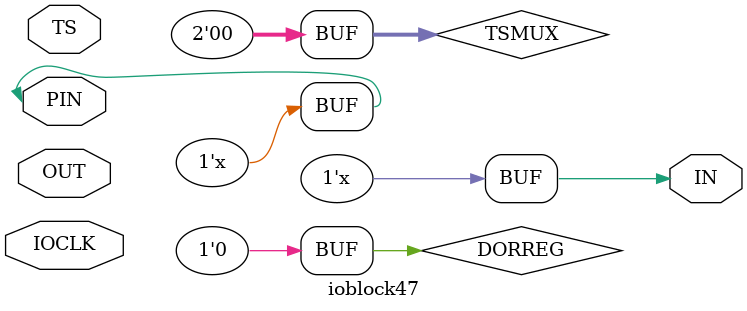
<source format=v>
module ioblock47(
	       inout  PIN,
	       input  TS,
	       input  OUT,
	       output IN,
	       input IOCLK
	       );
   
   reg 		     D;
   reg [2-1:0] 	     TSMUX;
   reg 		     DORREG;

   assign PIN = ( TSMUX == 2'b00 ) ? 1'bz : (( TSMUX == 2'b01 && TS == 1'b1 ) ? OUT : (( TSMUX == 2'b01 && TS == 1'b0 ) ? 1'bz : OUT));
   assign IN  = ( DORREG == 1'b0 ) ? PIN  : D;
   
   initial
     begin
	D=1'b0;
	TSMUX=2'b00;
	DORREG=1'b0;
     end
   
   always @(posedge IOCLK) D=PIN;
   
endmodule       

</source>
